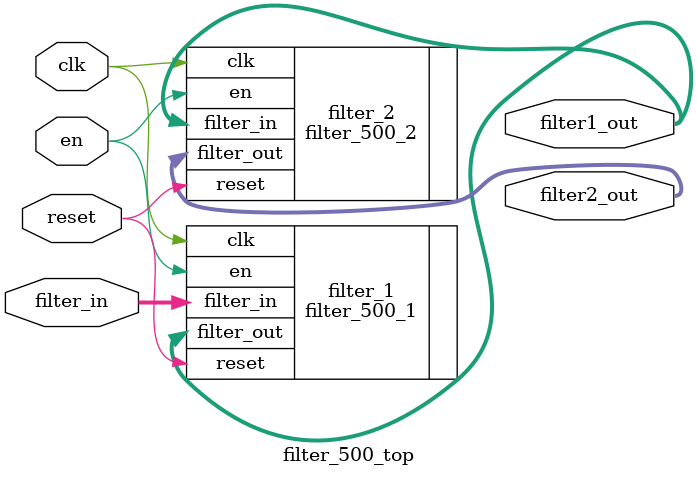
<source format=v>
module filter_500_top(
    input clk,
    input reset,
    input en,
    input [15:0] filter_in,
    output signed [15:0] filter1_out,
    output signed [15:0] filter2_out 
);
filter_500_1 filter_1(
    .clk(clk),
    .reset(reset),
    .en(en),
    .filter_in(filter_in),
    .filter_out(filter1_out)
);

filter_500_2 filter_2(
    .clk(clk),
    .reset(reset),
    .en(en),
    .filter_in(filter1_out),
    .filter_out(filter2_out)
);

endmodule
</source>
